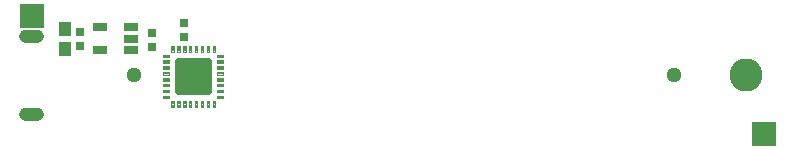
<source format=gbs>
G75*
%MOIN*%
%OFA0B0*%
%FSLAX24Y24*%
%IPPOS*%
%LPD*%
%AMOC8*
5,1,8,0,0,1.08239X$1,22.5*
%
%ADD10C,0.1103*%
%ADD11R,0.0434X0.0473*%
%ADD12C,0.0437*%
%ADD13C,0.0437*%
%ADD14C,0.0434*%
%ADD15R,0.0787X0.0787*%
%ADD16R,0.0276X0.0276*%
%ADD17C,0.0512*%
%ADD18C,0.0197*%
%ADD19C,0.0040*%
%ADD20R,0.0512X0.0257*%
D10*
X024741Y015990D03*
D11*
X002013Y016836D03*
X002013Y017505D03*
D12*
X001108Y017289D02*
X000712Y017289D01*
X000712Y014691D02*
X001108Y014691D01*
D13*
X001107Y014691D03*
X000713Y014691D03*
X000713Y017289D03*
X001107Y017289D03*
D14*
X000922Y017959D03*
X025331Y014022D03*
D15*
X025331Y014022D03*
X000922Y017959D03*
D16*
X002523Y017426D03*
X002523Y016954D03*
X004923Y016894D03*
X004923Y017366D03*
X006003Y017254D03*
X006003Y017726D03*
D17*
X004323Y015990D03*
X022323Y015990D03*
D18*
X006825Y015990D02*
X005782Y015990D01*
X005782Y015795D02*
X006825Y015795D01*
X006825Y015599D02*
X005782Y015599D01*
X005782Y015409D02*
X006825Y015409D01*
X006825Y016452D01*
X005782Y016452D01*
X005782Y015409D01*
X005782Y016186D02*
X006825Y016186D01*
X006825Y016381D02*
X005782Y016381D01*
D19*
X005496Y016383D02*
X005496Y016462D01*
X005299Y016462D01*
X005299Y016383D01*
X005496Y016383D01*
X005496Y016414D02*
X005299Y016414D01*
X005299Y016452D02*
X005496Y016452D01*
X005496Y016580D02*
X005299Y016580D01*
X005299Y016659D01*
X005477Y016659D01*
X005496Y016639D01*
X005496Y016580D01*
X005496Y016606D02*
X005299Y016606D01*
X005299Y016645D02*
X005490Y016645D01*
X005595Y016737D02*
X005654Y016737D01*
X005654Y016934D01*
X005575Y016934D01*
X005575Y016757D01*
X005595Y016737D01*
X005575Y016760D02*
X005654Y016760D01*
X005654Y016799D02*
X005575Y016799D01*
X005575Y016837D02*
X005654Y016837D01*
X005654Y016876D02*
X005575Y016876D01*
X005575Y016914D02*
X005654Y016914D01*
X005772Y016914D02*
X005851Y016914D01*
X005851Y016934D02*
X005772Y016934D01*
X005772Y016737D01*
X005851Y016737D01*
X005851Y016934D01*
X005851Y016876D02*
X005772Y016876D01*
X005772Y016837D02*
X005851Y016837D01*
X005851Y016799D02*
X005772Y016799D01*
X005772Y016760D02*
X005851Y016760D01*
X005969Y016760D02*
X006047Y016760D01*
X006047Y016737D02*
X006047Y016934D01*
X005969Y016934D01*
X005969Y016737D01*
X006047Y016737D01*
X006047Y016799D02*
X005969Y016799D01*
X005969Y016837D02*
X006047Y016837D01*
X006047Y016876D02*
X005969Y016876D01*
X005969Y016914D02*
X006047Y016914D01*
X006166Y016914D02*
X006244Y016914D01*
X006244Y016934D02*
X006166Y016934D01*
X006166Y016737D01*
X006244Y016737D01*
X006244Y016934D01*
X006244Y016876D02*
X006166Y016876D01*
X006166Y016837D02*
X006244Y016837D01*
X006244Y016799D02*
X006166Y016799D01*
X006166Y016760D02*
X006244Y016760D01*
X006362Y016760D02*
X006441Y016760D01*
X006441Y016737D02*
X006441Y016934D01*
X006362Y016934D01*
X006362Y016737D01*
X006441Y016737D01*
X006441Y016799D02*
X006362Y016799D01*
X006362Y016837D02*
X006441Y016837D01*
X006441Y016876D02*
X006362Y016876D01*
X006362Y016914D02*
X006441Y016914D01*
X006559Y016914D02*
X006638Y016914D01*
X006638Y016934D02*
X006559Y016934D01*
X006559Y016737D01*
X006638Y016737D01*
X006638Y016934D01*
X006638Y016876D02*
X006559Y016876D01*
X006559Y016837D02*
X006638Y016837D01*
X006638Y016799D02*
X006559Y016799D01*
X006559Y016760D02*
X006638Y016760D01*
X006756Y016760D02*
X006835Y016760D01*
X006835Y016737D02*
X006835Y016934D01*
X006756Y016934D01*
X006756Y016737D01*
X006835Y016737D01*
X006835Y016799D02*
X006756Y016799D01*
X006756Y016837D02*
X006835Y016837D01*
X006835Y016876D02*
X006756Y016876D01*
X006756Y016914D02*
X006835Y016914D01*
X006953Y016914D02*
X007032Y016914D01*
X007032Y016934D02*
X006953Y016934D01*
X006953Y016737D01*
X007012Y016737D01*
X007032Y016757D01*
X007032Y016934D01*
X007032Y016876D02*
X006953Y016876D01*
X006953Y016837D02*
X007032Y016837D01*
X007032Y016799D02*
X006953Y016799D01*
X006953Y016760D02*
X007032Y016760D01*
X007130Y016659D02*
X007110Y016639D01*
X007110Y016580D01*
X007307Y016580D01*
X007307Y016659D01*
X007130Y016659D01*
X007116Y016645D02*
X007307Y016645D01*
X007307Y016606D02*
X007110Y016606D01*
X007110Y016462D02*
X007110Y016383D01*
X007307Y016383D01*
X007307Y016462D01*
X007110Y016462D01*
X007110Y016452D02*
X007307Y016452D01*
X007307Y016414D02*
X007110Y016414D01*
X007110Y016265D02*
X007110Y016186D01*
X007307Y016186D01*
X007307Y016265D01*
X007110Y016265D01*
X007110Y016260D02*
X007307Y016260D01*
X007307Y016221D02*
X007110Y016221D01*
X007110Y016068D02*
X007110Y015989D01*
X007307Y015989D01*
X007307Y016068D01*
X007110Y016068D01*
X007110Y016067D02*
X007307Y016067D01*
X007307Y016029D02*
X007110Y016029D01*
X007110Y015990D02*
X007307Y015990D01*
X007307Y015871D02*
X007307Y015792D01*
X007110Y015792D01*
X007110Y015871D01*
X007307Y015871D01*
X007307Y015836D02*
X007110Y015836D01*
X007110Y015798D02*
X007307Y015798D01*
X007307Y015674D02*
X007307Y015596D01*
X007110Y015596D01*
X007110Y015674D01*
X007307Y015674D01*
X007307Y015644D02*
X007110Y015644D01*
X007110Y015605D02*
X007307Y015605D01*
X007307Y015477D02*
X007307Y015399D01*
X007110Y015399D01*
X007110Y015477D01*
X007307Y015477D01*
X007307Y015451D02*
X007110Y015451D01*
X007110Y015413D02*
X007307Y015413D01*
X007307Y015281D02*
X007307Y015202D01*
X007130Y015202D01*
X007110Y015221D01*
X007110Y015281D01*
X007307Y015281D01*
X007307Y015259D02*
X007110Y015259D01*
X007112Y015220D02*
X007307Y015220D01*
X007032Y015103D02*
X007012Y015123D01*
X006953Y015123D01*
X006953Y014926D01*
X007032Y014926D01*
X007032Y015103D01*
X007030Y015105D02*
X006953Y015105D01*
X006953Y015066D02*
X007032Y015066D01*
X007032Y015028D02*
X006953Y015028D01*
X006953Y014989D02*
X007032Y014989D01*
X007032Y014951D02*
X006953Y014951D01*
X006835Y014951D02*
X006756Y014951D01*
X006756Y014926D02*
X006835Y014926D01*
X006835Y015123D01*
X006756Y015123D01*
X006756Y014926D01*
X006756Y014989D02*
X006835Y014989D01*
X006835Y015028D02*
X006756Y015028D01*
X006756Y015066D02*
X006835Y015066D01*
X006835Y015105D02*
X006756Y015105D01*
X006638Y015105D02*
X006559Y015105D01*
X006559Y015123D02*
X006559Y014926D01*
X006638Y014926D01*
X006638Y015123D01*
X006559Y015123D01*
X006559Y015066D02*
X006638Y015066D01*
X006638Y015028D02*
X006559Y015028D01*
X006559Y014989D02*
X006638Y014989D01*
X006638Y014951D02*
X006559Y014951D01*
X006441Y014951D02*
X006362Y014951D01*
X006362Y014926D02*
X006441Y014926D01*
X006441Y015123D01*
X006362Y015123D01*
X006362Y014926D01*
X006362Y014989D02*
X006441Y014989D01*
X006441Y015028D02*
X006362Y015028D01*
X006362Y015066D02*
X006441Y015066D01*
X006441Y015105D02*
X006362Y015105D01*
X006244Y015105D02*
X006166Y015105D01*
X006166Y015123D02*
X006166Y014926D01*
X006244Y014926D01*
X006244Y015123D01*
X006166Y015123D01*
X006166Y015066D02*
X006244Y015066D01*
X006244Y015028D02*
X006166Y015028D01*
X006166Y014989D02*
X006244Y014989D01*
X006244Y014951D02*
X006166Y014951D01*
X006047Y014951D02*
X005969Y014951D01*
X005969Y014926D02*
X006047Y014926D01*
X006047Y015123D01*
X005969Y015123D01*
X005969Y014926D01*
X005969Y014989D02*
X006047Y014989D01*
X006047Y015028D02*
X005969Y015028D01*
X005969Y015066D02*
X006047Y015066D01*
X006047Y015105D02*
X005969Y015105D01*
X005851Y015105D02*
X005772Y015105D01*
X005772Y015123D02*
X005772Y014926D01*
X005851Y014926D01*
X005851Y015123D01*
X005772Y015123D01*
X005772Y015066D02*
X005851Y015066D01*
X005851Y015028D02*
X005772Y015028D01*
X005772Y014989D02*
X005851Y014989D01*
X005851Y014951D02*
X005772Y014951D01*
X005654Y014951D02*
X005575Y014951D01*
X005575Y014926D02*
X005654Y014926D01*
X005654Y015123D01*
X005595Y015123D01*
X005575Y015103D01*
X005575Y014926D01*
X005575Y014989D02*
X005654Y014989D01*
X005654Y015028D02*
X005575Y015028D01*
X005575Y015066D02*
X005654Y015066D01*
X005654Y015105D02*
X005576Y015105D01*
X005477Y015202D02*
X005299Y015202D01*
X005299Y015281D01*
X005496Y015281D01*
X005496Y015221D01*
X005477Y015202D01*
X005495Y015220D02*
X005299Y015220D01*
X005299Y015259D02*
X005496Y015259D01*
X005496Y015399D02*
X005299Y015399D01*
X005299Y015477D01*
X005496Y015477D01*
X005496Y015399D01*
X005496Y015413D02*
X005299Y015413D01*
X005299Y015451D02*
X005496Y015451D01*
X005496Y015596D02*
X005299Y015596D01*
X005299Y015674D01*
X005496Y015674D01*
X005496Y015596D01*
X005496Y015605D02*
X005299Y015605D01*
X005299Y015644D02*
X005496Y015644D01*
X005496Y015792D02*
X005496Y015871D01*
X005299Y015871D01*
X005299Y015792D01*
X005496Y015792D01*
X005496Y015798D02*
X005299Y015798D01*
X005299Y015836D02*
X005496Y015836D01*
X005496Y015989D02*
X005496Y016068D01*
X005299Y016068D01*
X005299Y015989D01*
X005496Y015989D01*
X005496Y015990D02*
X005299Y015990D01*
X005299Y016029D02*
X005496Y016029D01*
X005496Y016067D02*
X005299Y016067D01*
X005299Y016186D02*
X005299Y016265D01*
X005496Y016265D01*
X005496Y016186D01*
X005299Y016186D01*
X005299Y016221D02*
X005496Y016221D01*
X005496Y016260D02*
X005299Y016260D01*
D20*
X004235Y016816D03*
X004235Y017190D03*
X004235Y017564D03*
X003212Y017564D03*
X003212Y016816D03*
M02*

</source>
